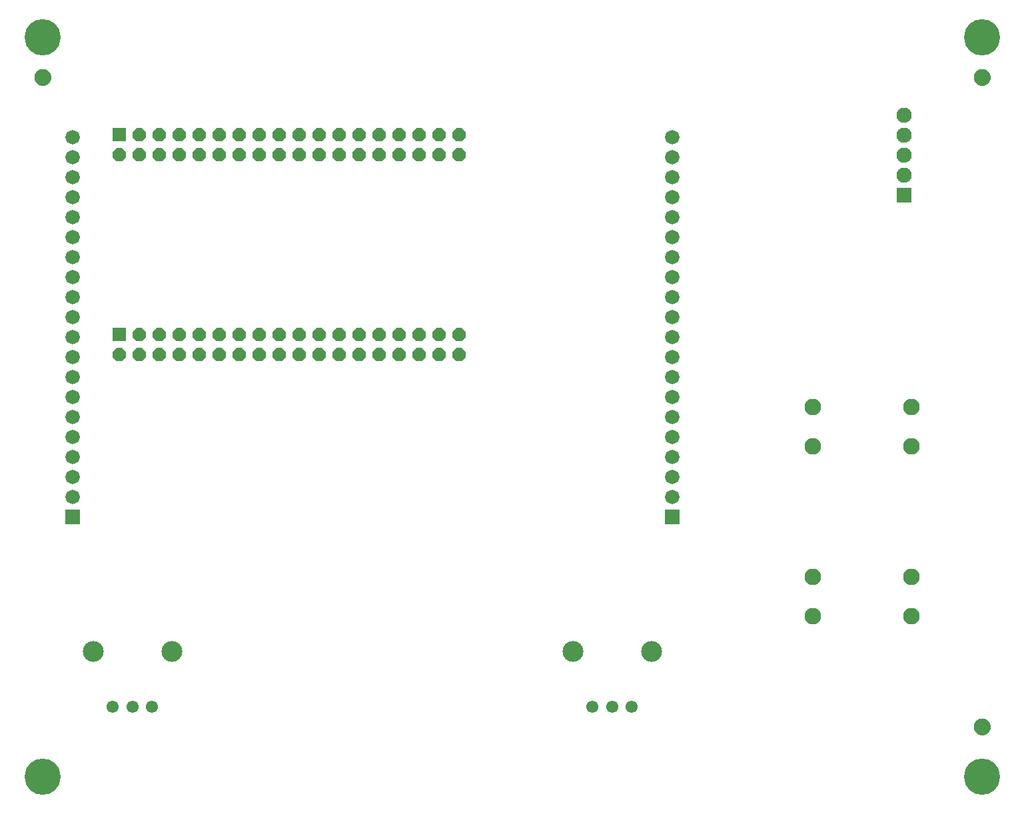
<source format=gbr>
G04 EAGLE Gerber RS-274X export*
G75*
%MOMM*%
%FSLAX34Y34*%
%LPD*%
%INSoldermask Bottom*%
%IPPOS*%
%AMOC8*
5,1,8,0,0,1.08239X$1,22.5*%
G01*
%ADD10R,1.676400X1.676400*%
%ADD11P,1.814519X8X22.500000*%
%ADD12C,2.112400*%
%ADD13C,1.552400*%
%ADD14C,2.652400*%
%ADD15R,1.828800X1.828800*%
%ADD16C,1.828800*%
%ADD17C,4.597400*%
%ADD18C,0.609600*%
%ADD19C,1.168400*%
%ADD20R,1.930400X1.930400*%
%ADD21C,1.930400*%


D10*
X135300Y853700D03*
D11*
X135300Y828300D03*
X160700Y853700D03*
X160700Y828300D03*
X186100Y853700D03*
X186100Y828300D03*
X211500Y853700D03*
X211500Y828300D03*
X236900Y853700D03*
X236900Y828300D03*
X262300Y853700D03*
X262300Y828300D03*
X287700Y853700D03*
X287700Y828300D03*
X313100Y853700D03*
X313100Y828300D03*
X338500Y853700D03*
X338500Y828300D03*
X363900Y853700D03*
X363900Y828300D03*
X389300Y853700D03*
X389300Y828300D03*
X414700Y853700D03*
X414700Y828300D03*
X440100Y853700D03*
X440100Y828300D03*
X465500Y853700D03*
X465500Y828300D03*
X490900Y853700D03*
X490900Y828300D03*
X516300Y853700D03*
X516300Y828300D03*
X541700Y853700D03*
X541700Y828300D03*
X567100Y853700D03*
X567100Y828300D03*
D10*
X135300Y599700D03*
D11*
X135300Y574300D03*
X160700Y599700D03*
X160700Y574300D03*
X186100Y599700D03*
X186100Y574300D03*
X211500Y599700D03*
X211500Y574300D03*
X236900Y599700D03*
X236900Y574300D03*
X262300Y599700D03*
X262300Y574300D03*
X287700Y599700D03*
X287700Y574300D03*
X313100Y599700D03*
X313100Y574300D03*
X338500Y599700D03*
X338500Y574300D03*
X363900Y599700D03*
X363900Y574300D03*
X389300Y599700D03*
X389300Y574300D03*
X414700Y599700D03*
X414700Y574300D03*
X440100Y599700D03*
X440100Y574300D03*
X465500Y599700D03*
X465500Y574300D03*
X490900Y599700D03*
X490900Y574300D03*
X516300Y599700D03*
X516300Y574300D03*
X541700Y599700D03*
X541700Y574300D03*
X567100Y599700D03*
X567100Y574300D03*
D12*
X1017000Y291700D03*
X1017000Y241700D03*
X1142000Y291700D03*
X1142000Y241700D03*
X1017000Y507600D03*
X1017000Y457600D03*
X1142000Y507600D03*
X1142000Y457600D03*
D13*
X737000Y127000D03*
X787000Y127000D03*
X762000Y127000D03*
D14*
X712000Y197000D03*
X812000Y197000D03*
D13*
X127400Y127000D03*
X177400Y127000D03*
X152400Y127000D03*
D14*
X102400Y197000D03*
X202400Y197000D03*
D15*
X838200Y368300D03*
D16*
X838200Y393700D03*
X838200Y419100D03*
X838200Y444500D03*
X838200Y469900D03*
X838200Y495300D03*
X838200Y520700D03*
X838200Y546100D03*
X838200Y571500D03*
X838200Y596900D03*
X838200Y622300D03*
X838200Y647700D03*
X838200Y673100D03*
X838200Y698500D03*
X838200Y723900D03*
X838200Y749300D03*
X838200Y774700D03*
X838200Y800100D03*
X838200Y825500D03*
X838200Y850900D03*
D15*
X76200Y368300D03*
D16*
X76200Y393700D03*
X76200Y419100D03*
X76200Y444500D03*
X76200Y469900D03*
X76200Y495300D03*
X76200Y520700D03*
X76200Y546100D03*
X76200Y571500D03*
X76200Y596900D03*
X76200Y622300D03*
X76200Y647700D03*
X76200Y673100D03*
X76200Y698500D03*
X76200Y723900D03*
X76200Y749300D03*
X76200Y774700D03*
X76200Y800100D03*
X76200Y825500D03*
X76200Y850900D03*
D17*
X38100Y38100D03*
X38100Y977900D03*
X1231900Y977900D03*
X1231900Y38100D03*
D18*
X30480Y927100D02*
X30482Y927287D01*
X30489Y927474D01*
X30501Y927661D01*
X30517Y927847D01*
X30537Y928033D01*
X30562Y928218D01*
X30592Y928403D01*
X30626Y928587D01*
X30665Y928770D01*
X30708Y928952D01*
X30756Y929132D01*
X30808Y929312D01*
X30865Y929490D01*
X30925Y929667D01*
X30991Y929842D01*
X31060Y930016D01*
X31134Y930188D01*
X31212Y930358D01*
X31294Y930526D01*
X31380Y930692D01*
X31470Y930856D01*
X31564Y931017D01*
X31662Y931177D01*
X31764Y931333D01*
X31870Y931488D01*
X31980Y931639D01*
X32093Y931788D01*
X32210Y931934D01*
X32330Y932077D01*
X32454Y932217D01*
X32581Y932354D01*
X32712Y932488D01*
X32846Y932619D01*
X32983Y932746D01*
X33123Y932870D01*
X33266Y932990D01*
X33412Y933107D01*
X33561Y933220D01*
X33712Y933330D01*
X33867Y933436D01*
X34023Y933538D01*
X34183Y933636D01*
X34344Y933730D01*
X34508Y933820D01*
X34674Y933906D01*
X34842Y933988D01*
X35012Y934066D01*
X35184Y934140D01*
X35358Y934209D01*
X35533Y934275D01*
X35710Y934335D01*
X35888Y934392D01*
X36068Y934444D01*
X36248Y934492D01*
X36430Y934535D01*
X36613Y934574D01*
X36797Y934608D01*
X36982Y934638D01*
X37167Y934663D01*
X37353Y934683D01*
X37539Y934699D01*
X37726Y934711D01*
X37913Y934718D01*
X38100Y934720D01*
X38287Y934718D01*
X38474Y934711D01*
X38661Y934699D01*
X38847Y934683D01*
X39033Y934663D01*
X39218Y934638D01*
X39403Y934608D01*
X39587Y934574D01*
X39770Y934535D01*
X39952Y934492D01*
X40132Y934444D01*
X40312Y934392D01*
X40490Y934335D01*
X40667Y934275D01*
X40842Y934209D01*
X41016Y934140D01*
X41188Y934066D01*
X41358Y933988D01*
X41526Y933906D01*
X41692Y933820D01*
X41856Y933730D01*
X42017Y933636D01*
X42177Y933538D01*
X42333Y933436D01*
X42488Y933330D01*
X42639Y933220D01*
X42788Y933107D01*
X42934Y932990D01*
X43077Y932870D01*
X43217Y932746D01*
X43354Y932619D01*
X43488Y932488D01*
X43619Y932354D01*
X43746Y932217D01*
X43870Y932077D01*
X43990Y931934D01*
X44107Y931788D01*
X44220Y931639D01*
X44330Y931488D01*
X44436Y931333D01*
X44538Y931177D01*
X44636Y931017D01*
X44730Y930856D01*
X44820Y930692D01*
X44906Y930526D01*
X44988Y930358D01*
X45066Y930188D01*
X45140Y930016D01*
X45209Y929842D01*
X45275Y929667D01*
X45335Y929490D01*
X45392Y929312D01*
X45444Y929132D01*
X45492Y928952D01*
X45535Y928770D01*
X45574Y928587D01*
X45608Y928403D01*
X45638Y928218D01*
X45663Y928033D01*
X45683Y927847D01*
X45699Y927661D01*
X45711Y927474D01*
X45718Y927287D01*
X45720Y927100D01*
X45718Y926913D01*
X45711Y926726D01*
X45699Y926539D01*
X45683Y926353D01*
X45663Y926167D01*
X45638Y925982D01*
X45608Y925797D01*
X45574Y925613D01*
X45535Y925430D01*
X45492Y925248D01*
X45444Y925068D01*
X45392Y924888D01*
X45335Y924710D01*
X45275Y924533D01*
X45209Y924358D01*
X45140Y924184D01*
X45066Y924012D01*
X44988Y923842D01*
X44906Y923674D01*
X44820Y923508D01*
X44730Y923344D01*
X44636Y923183D01*
X44538Y923023D01*
X44436Y922867D01*
X44330Y922712D01*
X44220Y922561D01*
X44107Y922412D01*
X43990Y922266D01*
X43870Y922123D01*
X43746Y921983D01*
X43619Y921846D01*
X43488Y921712D01*
X43354Y921581D01*
X43217Y921454D01*
X43077Y921330D01*
X42934Y921210D01*
X42788Y921093D01*
X42639Y920980D01*
X42488Y920870D01*
X42333Y920764D01*
X42177Y920662D01*
X42017Y920564D01*
X41856Y920470D01*
X41692Y920380D01*
X41526Y920294D01*
X41358Y920212D01*
X41188Y920134D01*
X41016Y920060D01*
X40842Y919991D01*
X40667Y919925D01*
X40490Y919865D01*
X40312Y919808D01*
X40132Y919756D01*
X39952Y919708D01*
X39770Y919665D01*
X39587Y919626D01*
X39403Y919592D01*
X39218Y919562D01*
X39033Y919537D01*
X38847Y919517D01*
X38661Y919501D01*
X38474Y919489D01*
X38287Y919482D01*
X38100Y919480D01*
X37913Y919482D01*
X37726Y919489D01*
X37539Y919501D01*
X37353Y919517D01*
X37167Y919537D01*
X36982Y919562D01*
X36797Y919592D01*
X36613Y919626D01*
X36430Y919665D01*
X36248Y919708D01*
X36068Y919756D01*
X35888Y919808D01*
X35710Y919865D01*
X35533Y919925D01*
X35358Y919991D01*
X35184Y920060D01*
X35012Y920134D01*
X34842Y920212D01*
X34674Y920294D01*
X34508Y920380D01*
X34344Y920470D01*
X34183Y920564D01*
X34023Y920662D01*
X33867Y920764D01*
X33712Y920870D01*
X33561Y920980D01*
X33412Y921093D01*
X33266Y921210D01*
X33123Y921330D01*
X32983Y921454D01*
X32846Y921581D01*
X32712Y921712D01*
X32581Y921846D01*
X32454Y921983D01*
X32330Y922123D01*
X32210Y922266D01*
X32093Y922412D01*
X31980Y922561D01*
X31870Y922712D01*
X31764Y922867D01*
X31662Y923023D01*
X31564Y923183D01*
X31470Y923344D01*
X31380Y923508D01*
X31294Y923674D01*
X31212Y923842D01*
X31134Y924012D01*
X31060Y924184D01*
X30991Y924358D01*
X30925Y924533D01*
X30865Y924710D01*
X30808Y924888D01*
X30756Y925068D01*
X30708Y925248D01*
X30665Y925430D01*
X30626Y925613D01*
X30592Y925797D01*
X30562Y925982D01*
X30537Y926167D01*
X30517Y926353D01*
X30501Y926539D01*
X30489Y926726D01*
X30482Y926913D01*
X30480Y927100D01*
D19*
X38100Y927100D03*
D18*
X1224280Y927100D02*
X1224282Y927287D01*
X1224289Y927474D01*
X1224301Y927661D01*
X1224317Y927847D01*
X1224337Y928033D01*
X1224362Y928218D01*
X1224392Y928403D01*
X1224426Y928587D01*
X1224465Y928770D01*
X1224508Y928952D01*
X1224556Y929132D01*
X1224608Y929312D01*
X1224665Y929490D01*
X1224725Y929667D01*
X1224791Y929842D01*
X1224860Y930016D01*
X1224934Y930188D01*
X1225012Y930358D01*
X1225094Y930526D01*
X1225180Y930692D01*
X1225270Y930856D01*
X1225364Y931017D01*
X1225462Y931177D01*
X1225564Y931333D01*
X1225670Y931488D01*
X1225780Y931639D01*
X1225893Y931788D01*
X1226010Y931934D01*
X1226130Y932077D01*
X1226254Y932217D01*
X1226381Y932354D01*
X1226512Y932488D01*
X1226646Y932619D01*
X1226783Y932746D01*
X1226923Y932870D01*
X1227066Y932990D01*
X1227212Y933107D01*
X1227361Y933220D01*
X1227512Y933330D01*
X1227667Y933436D01*
X1227823Y933538D01*
X1227983Y933636D01*
X1228144Y933730D01*
X1228308Y933820D01*
X1228474Y933906D01*
X1228642Y933988D01*
X1228812Y934066D01*
X1228984Y934140D01*
X1229158Y934209D01*
X1229333Y934275D01*
X1229510Y934335D01*
X1229688Y934392D01*
X1229868Y934444D01*
X1230048Y934492D01*
X1230230Y934535D01*
X1230413Y934574D01*
X1230597Y934608D01*
X1230782Y934638D01*
X1230967Y934663D01*
X1231153Y934683D01*
X1231339Y934699D01*
X1231526Y934711D01*
X1231713Y934718D01*
X1231900Y934720D01*
X1232087Y934718D01*
X1232274Y934711D01*
X1232461Y934699D01*
X1232647Y934683D01*
X1232833Y934663D01*
X1233018Y934638D01*
X1233203Y934608D01*
X1233387Y934574D01*
X1233570Y934535D01*
X1233752Y934492D01*
X1233932Y934444D01*
X1234112Y934392D01*
X1234290Y934335D01*
X1234467Y934275D01*
X1234642Y934209D01*
X1234816Y934140D01*
X1234988Y934066D01*
X1235158Y933988D01*
X1235326Y933906D01*
X1235492Y933820D01*
X1235656Y933730D01*
X1235817Y933636D01*
X1235977Y933538D01*
X1236133Y933436D01*
X1236288Y933330D01*
X1236439Y933220D01*
X1236588Y933107D01*
X1236734Y932990D01*
X1236877Y932870D01*
X1237017Y932746D01*
X1237154Y932619D01*
X1237288Y932488D01*
X1237419Y932354D01*
X1237546Y932217D01*
X1237670Y932077D01*
X1237790Y931934D01*
X1237907Y931788D01*
X1238020Y931639D01*
X1238130Y931488D01*
X1238236Y931333D01*
X1238338Y931177D01*
X1238436Y931017D01*
X1238530Y930856D01*
X1238620Y930692D01*
X1238706Y930526D01*
X1238788Y930358D01*
X1238866Y930188D01*
X1238940Y930016D01*
X1239009Y929842D01*
X1239075Y929667D01*
X1239135Y929490D01*
X1239192Y929312D01*
X1239244Y929132D01*
X1239292Y928952D01*
X1239335Y928770D01*
X1239374Y928587D01*
X1239408Y928403D01*
X1239438Y928218D01*
X1239463Y928033D01*
X1239483Y927847D01*
X1239499Y927661D01*
X1239511Y927474D01*
X1239518Y927287D01*
X1239520Y927100D01*
X1239518Y926913D01*
X1239511Y926726D01*
X1239499Y926539D01*
X1239483Y926353D01*
X1239463Y926167D01*
X1239438Y925982D01*
X1239408Y925797D01*
X1239374Y925613D01*
X1239335Y925430D01*
X1239292Y925248D01*
X1239244Y925068D01*
X1239192Y924888D01*
X1239135Y924710D01*
X1239075Y924533D01*
X1239009Y924358D01*
X1238940Y924184D01*
X1238866Y924012D01*
X1238788Y923842D01*
X1238706Y923674D01*
X1238620Y923508D01*
X1238530Y923344D01*
X1238436Y923183D01*
X1238338Y923023D01*
X1238236Y922867D01*
X1238130Y922712D01*
X1238020Y922561D01*
X1237907Y922412D01*
X1237790Y922266D01*
X1237670Y922123D01*
X1237546Y921983D01*
X1237419Y921846D01*
X1237288Y921712D01*
X1237154Y921581D01*
X1237017Y921454D01*
X1236877Y921330D01*
X1236734Y921210D01*
X1236588Y921093D01*
X1236439Y920980D01*
X1236288Y920870D01*
X1236133Y920764D01*
X1235977Y920662D01*
X1235817Y920564D01*
X1235656Y920470D01*
X1235492Y920380D01*
X1235326Y920294D01*
X1235158Y920212D01*
X1234988Y920134D01*
X1234816Y920060D01*
X1234642Y919991D01*
X1234467Y919925D01*
X1234290Y919865D01*
X1234112Y919808D01*
X1233932Y919756D01*
X1233752Y919708D01*
X1233570Y919665D01*
X1233387Y919626D01*
X1233203Y919592D01*
X1233018Y919562D01*
X1232833Y919537D01*
X1232647Y919517D01*
X1232461Y919501D01*
X1232274Y919489D01*
X1232087Y919482D01*
X1231900Y919480D01*
X1231713Y919482D01*
X1231526Y919489D01*
X1231339Y919501D01*
X1231153Y919517D01*
X1230967Y919537D01*
X1230782Y919562D01*
X1230597Y919592D01*
X1230413Y919626D01*
X1230230Y919665D01*
X1230048Y919708D01*
X1229868Y919756D01*
X1229688Y919808D01*
X1229510Y919865D01*
X1229333Y919925D01*
X1229158Y919991D01*
X1228984Y920060D01*
X1228812Y920134D01*
X1228642Y920212D01*
X1228474Y920294D01*
X1228308Y920380D01*
X1228144Y920470D01*
X1227983Y920564D01*
X1227823Y920662D01*
X1227667Y920764D01*
X1227512Y920870D01*
X1227361Y920980D01*
X1227212Y921093D01*
X1227066Y921210D01*
X1226923Y921330D01*
X1226783Y921454D01*
X1226646Y921581D01*
X1226512Y921712D01*
X1226381Y921846D01*
X1226254Y921983D01*
X1226130Y922123D01*
X1226010Y922266D01*
X1225893Y922412D01*
X1225780Y922561D01*
X1225670Y922712D01*
X1225564Y922867D01*
X1225462Y923023D01*
X1225364Y923183D01*
X1225270Y923344D01*
X1225180Y923508D01*
X1225094Y923674D01*
X1225012Y923842D01*
X1224934Y924012D01*
X1224860Y924184D01*
X1224791Y924358D01*
X1224725Y924533D01*
X1224665Y924710D01*
X1224608Y924888D01*
X1224556Y925068D01*
X1224508Y925248D01*
X1224465Y925430D01*
X1224426Y925613D01*
X1224392Y925797D01*
X1224362Y925982D01*
X1224337Y926167D01*
X1224317Y926353D01*
X1224301Y926539D01*
X1224289Y926726D01*
X1224282Y926913D01*
X1224280Y927100D01*
D19*
X1231900Y927100D03*
D18*
X1224280Y101600D02*
X1224282Y101787D01*
X1224289Y101974D01*
X1224301Y102161D01*
X1224317Y102347D01*
X1224337Y102533D01*
X1224362Y102718D01*
X1224392Y102903D01*
X1224426Y103087D01*
X1224465Y103270D01*
X1224508Y103452D01*
X1224556Y103632D01*
X1224608Y103812D01*
X1224665Y103990D01*
X1224725Y104167D01*
X1224791Y104342D01*
X1224860Y104516D01*
X1224934Y104688D01*
X1225012Y104858D01*
X1225094Y105026D01*
X1225180Y105192D01*
X1225270Y105356D01*
X1225364Y105517D01*
X1225462Y105677D01*
X1225564Y105833D01*
X1225670Y105988D01*
X1225780Y106139D01*
X1225893Y106288D01*
X1226010Y106434D01*
X1226130Y106577D01*
X1226254Y106717D01*
X1226381Y106854D01*
X1226512Y106988D01*
X1226646Y107119D01*
X1226783Y107246D01*
X1226923Y107370D01*
X1227066Y107490D01*
X1227212Y107607D01*
X1227361Y107720D01*
X1227512Y107830D01*
X1227667Y107936D01*
X1227823Y108038D01*
X1227983Y108136D01*
X1228144Y108230D01*
X1228308Y108320D01*
X1228474Y108406D01*
X1228642Y108488D01*
X1228812Y108566D01*
X1228984Y108640D01*
X1229158Y108709D01*
X1229333Y108775D01*
X1229510Y108835D01*
X1229688Y108892D01*
X1229868Y108944D01*
X1230048Y108992D01*
X1230230Y109035D01*
X1230413Y109074D01*
X1230597Y109108D01*
X1230782Y109138D01*
X1230967Y109163D01*
X1231153Y109183D01*
X1231339Y109199D01*
X1231526Y109211D01*
X1231713Y109218D01*
X1231900Y109220D01*
X1232087Y109218D01*
X1232274Y109211D01*
X1232461Y109199D01*
X1232647Y109183D01*
X1232833Y109163D01*
X1233018Y109138D01*
X1233203Y109108D01*
X1233387Y109074D01*
X1233570Y109035D01*
X1233752Y108992D01*
X1233932Y108944D01*
X1234112Y108892D01*
X1234290Y108835D01*
X1234467Y108775D01*
X1234642Y108709D01*
X1234816Y108640D01*
X1234988Y108566D01*
X1235158Y108488D01*
X1235326Y108406D01*
X1235492Y108320D01*
X1235656Y108230D01*
X1235817Y108136D01*
X1235977Y108038D01*
X1236133Y107936D01*
X1236288Y107830D01*
X1236439Y107720D01*
X1236588Y107607D01*
X1236734Y107490D01*
X1236877Y107370D01*
X1237017Y107246D01*
X1237154Y107119D01*
X1237288Y106988D01*
X1237419Y106854D01*
X1237546Y106717D01*
X1237670Y106577D01*
X1237790Y106434D01*
X1237907Y106288D01*
X1238020Y106139D01*
X1238130Y105988D01*
X1238236Y105833D01*
X1238338Y105677D01*
X1238436Y105517D01*
X1238530Y105356D01*
X1238620Y105192D01*
X1238706Y105026D01*
X1238788Y104858D01*
X1238866Y104688D01*
X1238940Y104516D01*
X1239009Y104342D01*
X1239075Y104167D01*
X1239135Y103990D01*
X1239192Y103812D01*
X1239244Y103632D01*
X1239292Y103452D01*
X1239335Y103270D01*
X1239374Y103087D01*
X1239408Y102903D01*
X1239438Y102718D01*
X1239463Y102533D01*
X1239483Y102347D01*
X1239499Y102161D01*
X1239511Y101974D01*
X1239518Y101787D01*
X1239520Y101600D01*
X1239518Y101413D01*
X1239511Y101226D01*
X1239499Y101039D01*
X1239483Y100853D01*
X1239463Y100667D01*
X1239438Y100482D01*
X1239408Y100297D01*
X1239374Y100113D01*
X1239335Y99930D01*
X1239292Y99748D01*
X1239244Y99568D01*
X1239192Y99388D01*
X1239135Y99210D01*
X1239075Y99033D01*
X1239009Y98858D01*
X1238940Y98684D01*
X1238866Y98512D01*
X1238788Y98342D01*
X1238706Y98174D01*
X1238620Y98008D01*
X1238530Y97844D01*
X1238436Y97683D01*
X1238338Y97523D01*
X1238236Y97367D01*
X1238130Y97212D01*
X1238020Y97061D01*
X1237907Y96912D01*
X1237790Y96766D01*
X1237670Y96623D01*
X1237546Y96483D01*
X1237419Y96346D01*
X1237288Y96212D01*
X1237154Y96081D01*
X1237017Y95954D01*
X1236877Y95830D01*
X1236734Y95710D01*
X1236588Y95593D01*
X1236439Y95480D01*
X1236288Y95370D01*
X1236133Y95264D01*
X1235977Y95162D01*
X1235817Y95064D01*
X1235656Y94970D01*
X1235492Y94880D01*
X1235326Y94794D01*
X1235158Y94712D01*
X1234988Y94634D01*
X1234816Y94560D01*
X1234642Y94491D01*
X1234467Y94425D01*
X1234290Y94365D01*
X1234112Y94308D01*
X1233932Y94256D01*
X1233752Y94208D01*
X1233570Y94165D01*
X1233387Y94126D01*
X1233203Y94092D01*
X1233018Y94062D01*
X1232833Y94037D01*
X1232647Y94017D01*
X1232461Y94001D01*
X1232274Y93989D01*
X1232087Y93982D01*
X1231900Y93980D01*
X1231713Y93982D01*
X1231526Y93989D01*
X1231339Y94001D01*
X1231153Y94017D01*
X1230967Y94037D01*
X1230782Y94062D01*
X1230597Y94092D01*
X1230413Y94126D01*
X1230230Y94165D01*
X1230048Y94208D01*
X1229868Y94256D01*
X1229688Y94308D01*
X1229510Y94365D01*
X1229333Y94425D01*
X1229158Y94491D01*
X1228984Y94560D01*
X1228812Y94634D01*
X1228642Y94712D01*
X1228474Y94794D01*
X1228308Y94880D01*
X1228144Y94970D01*
X1227983Y95064D01*
X1227823Y95162D01*
X1227667Y95264D01*
X1227512Y95370D01*
X1227361Y95480D01*
X1227212Y95593D01*
X1227066Y95710D01*
X1226923Y95830D01*
X1226783Y95954D01*
X1226646Y96081D01*
X1226512Y96212D01*
X1226381Y96346D01*
X1226254Y96483D01*
X1226130Y96623D01*
X1226010Y96766D01*
X1225893Y96912D01*
X1225780Y97061D01*
X1225670Y97212D01*
X1225564Y97367D01*
X1225462Y97523D01*
X1225364Y97683D01*
X1225270Y97844D01*
X1225180Y98008D01*
X1225094Y98174D01*
X1225012Y98342D01*
X1224934Y98512D01*
X1224860Y98684D01*
X1224791Y98858D01*
X1224725Y99033D01*
X1224665Y99210D01*
X1224608Y99388D01*
X1224556Y99568D01*
X1224508Y99748D01*
X1224465Y99930D01*
X1224426Y100113D01*
X1224392Y100297D01*
X1224362Y100482D01*
X1224337Y100667D01*
X1224317Y100853D01*
X1224301Y101039D01*
X1224289Y101226D01*
X1224282Y101413D01*
X1224280Y101600D01*
D19*
X1231900Y101600D03*
D20*
X1132840Y777240D03*
D21*
X1132840Y802640D03*
X1132840Y828040D03*
X1132840Y853440D03*
X1132840Y878840D03*
M02*

</source>
